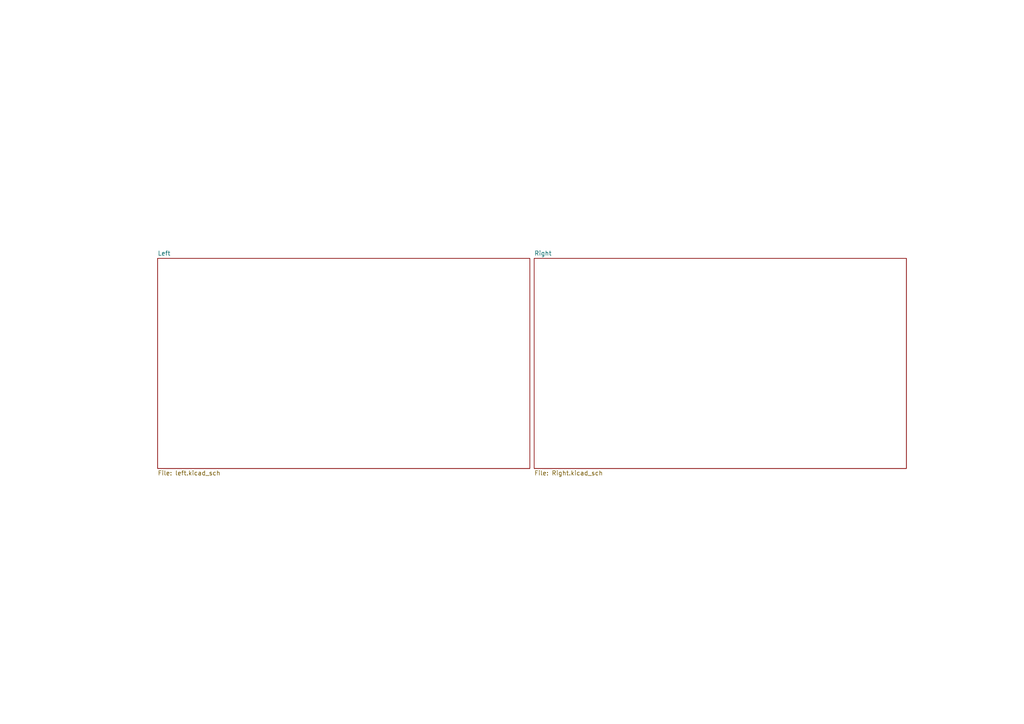
<source format=kicad_sch>
(kicad_sch
	(version 20250114)
	(generator "eeschema")
	(generator_version "9.0")
	(uuid "ed4f3dce-103b-4779-aa49-7a856438c8ae")
	(paper "A4")
	(lib_symbols)
	(sheet
		(at 45.72 74.93)
		(size 107.95 60.96)
		(exclude_from_sim no)
		(in_bom yes)
		(on_board yes)
		(dnp no)
		(fields_autoplaced yes)
		(stroke
			(width 0.1524)
			(type solid)
		)
		(fill
			(color 0 0 0 0.0000)
		)
		(uuid "04049a40-093e-42bc-af40-86e94d8158d2")
		(property "Sheetname" "Left"
			(at 45.72 74.2184 0)
			(effects
				(font
					(size 1.27 1.27)
				)
				(justify left bottom)
			)
		)
		(property "Sheetfile" "left.kicad_sch"
			(at 45.72 136.4746 0)
			(effects
				(font
					(size 1.27 1.27)
				)
				(justify left top)
			)
		)
		(instances
			(project "turfing"
				(path "/ed4f3dce-103b-4779-aa49-7a856438c8ae"
					(page "2")
				)
			)
		)
	)
	(sheet
		(at 154.94 74.93)
		(size 107.95 60.96)
		(exclude_from_sim no)
		(in_bom yes)
		(on_board yes)
		(dnp no)
		(fields_autoplaced yes)
		(stroke
			(width 0.1524)
			(type solid)
		)
		(fill
			(color 0 0 0 0.0000)
		)
		(uuid "0686bf9d-4635-401b-b30f-ccac5ba3cb06")
		(property "Sheetname" "Right"
			(at 154.94 74.2184 0)
			(effects
				(font
					(size 1.27 1.27)
				)
				(justify left bottom)
			)
		)
		(property "Sheetfile" "Right.kicad_sch"
			(at 154.94 136.4746 0)
			(effects
				(font
					(size 1.27 1.27)
				)
				(justify left top)
			)
		)
		(instances
			(project "turfing"
				(path "/ed4f3dce-103b-4779-aa49-7a856438c8ae"
					(page "3")
				)
			)
		)
	)
	(sheet_instances
		(path "/"
			(page "1")
		)
	)
	(embedded_fonts no)
)

</source>
